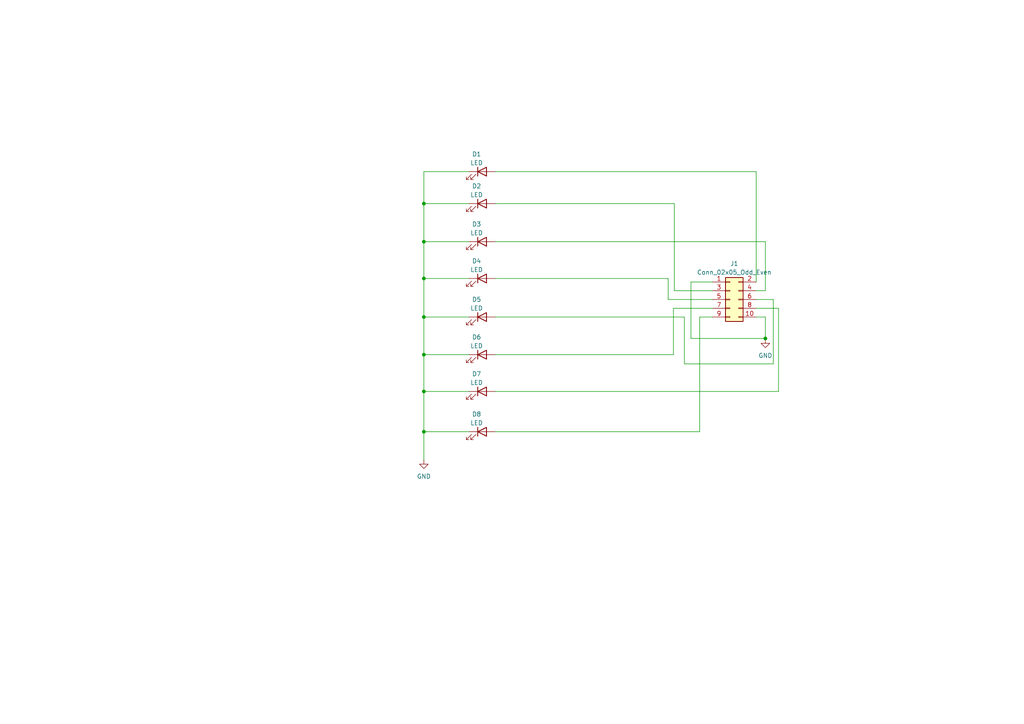
<source format=kicad_sch>
(kicad_sch (version 20230121) (generator eeschema)
  (paper "A4")
  (title_block (title "Panel with 8 LEDs") (date "15-Aug-2023") (rev "-"))
  (lib_symbols
    (symbol "Connector_Generic:Conn_02x05_Odd_Even" (pin_names (offset 1.016) hide)
      (property "Reference" "J" (at 1.27 7.62 0))
      (property "Value" "Conn_02x05_Odd_Even" (at 1.27 -7.62 0))
      (symbol "Conn_02x05_Odd_Even_1_1"
        (rectangle (start -1.27 -4.953) (end 0 -5.207) (stroke (width 0.1524)))
        (rectangle (start -1.27 -2.413) (end 0 -2.667) (stroke (width 0.1524)))
        (rectangle (start -1.27 0.127) (end 0 -0.127) (stroke (width 0.1524)))
        (rectangle (start -1.27 2.667) (end 0 2.413) (stroke (width 0.1524)))
        (rectangle (start -1.27 5.207) (end 0 4.953) (stroke (width 0.1524)))
        (rectangle (start -1.27 6.35) (end 3.81 -6.35) (stroke (width 0.254)) (fill (type background)))
        (rectangle (start 3.81 -4.953) (end 2.54 -5.207) (stroke (width 0.1524)))
        (rectangle (start 3.81 -2.413) (end 2.54 -2.667) (stroke (width 0.1524)))
        (rectangle (start 3.81 0.127) (end 2.54 -0.127) (stroke (width 0.1524)))
        (rectangle (start 3.81 2.667) (end 2.54 2.413) (stroke (width 0.1524)))
        (rectangle (start 3.81 5.207) (end 2.54 4.953) (stroke (width 0.1524)))
        (pin passive line (at -5.08 5.08 0) (length 3.81) (name "Pin_1") (number "1"))
        (pin passive line (at 7.62 -5.08 180) (length 3.81) (name "Pin_10") (number "10"))
        (pin passive line (at 7.62 5.08 180) (length 3.81) (name "Pin_2") (number "2"))
        (pin passive line (at -5.08 2.54 0) (length 3.81) (name "Pin_3") (number "3"))
        (pin passive line (at 7.62 2.54 180) (length 3.81) (name "Pin_4") (number "4"))
        (pin passive line (at -5.08 0 0) (length 3.81) (name "Pin_5") (number "5"))
        (pin passive line (at 7.62 0 180) (length 3.81) (name "Pin_6") (number "6"))
        (pin passive line (at -5.08 -2.54 0) (length 3.81) (name "Pin_7") (number "7"))
        (pin passive line (at 7.62 -2.54 180) (length 3.81) (name "Pin_8") (number "8"))
        (pin passive line (at -5.08 -5.08 0) (length 3.81) (name "Pin_9") (number "9"))
      )
    )
    (symbol "Device:LED" (pin_numbers hide) (pin_names (offset 1.016) hide)
      (property "Reference" "D" (at 0 2.54 0))
      (property "Value" "LED" (at 0 -2.54 0))
      (symbol "LED_0_1"
        (polyline (pts (xy -1.27 -1.27) (xy -1.27 1.27)) (stroke (width 0.254)))
        (polyline (pts (xy -1.27 0) (xy 1.27 0)))
        (polyline (pts (xy 1.27 -1.27) (xy 1.27 1.27) (xy -1.27 0) (xy 1.27 -1.27)) (stroke (width 0.254)))
        (polyline (pts (xy -3.048 -0.762) (xy -4.572 -2.286) (xy -3.81 -2.286) (xy -4.572 -2.286) (xy -4.572 -1.524)))
        (polyline (pts (xy -1.778 -0.762) (xy -3.302 -2.286) (xy -2.54 -2.286) (xy -3.302 -2.286) (xy -3.302 -1.524)))
      )
      (symbol "LED_1_1"
        (pin passive line (at -3.81 0 0) (length 2.54) (name "K") (number "1"))
        (pin passive line (at 3.81 0 180) (length 2.54) (name "A") (number "2"))
      )
    )
    (symbol "power:GND" (power) (pin_names (offset 0))
      (property "Value" "GND" (at 0 -3.81 0))
      (symbol "GND_0_1"
        (polyline (pts (xy 0 0) (xy 0 -1.27) (xy 1.27 -1.27) (xy 0 -2.54) (xy -1.27 -1.27) (xy 0 -1.27)))
      )
      (symbol "GND_1_1"
        (pin power_in line (at 0 0 270) (length 0) hide (name "GND") (number "1"))
      )
    )
  )
  (junction (at 122.936 125.222))
  (junction (at 122.936 80.772))
  (junction (at 122.936 59.055))
  (junction (at 122.936 70.104))
  (junction (at 122.936 102.87))
  (junction (at 122.936 113.538))
  (junction (at 122.936 91.948))
  (junction (at 221.996 98.171))
  (wire (pts (xy 202.946 125.222) (xy 143.637 125.222)))
  (wire (pts (xy 195.58 84.328) (xy 206.629 84.328)))
  (wire (pts (xy 219.329 86.868) (xy 224.282 86.868)))
  (wire (pts (xy 122.936 80.772) (xy 122.936 91.948)))
  (wire (pts (xy 206.629 89.408) (xy 195.326 89.408)))
  (wire (pts (xy 221.996 84.328) (xy 219.329 84.328)))
  (wire (pts (xy 122.936 70.104) (xy 136.017 70.104)))
  (wire (pts (xy 206.629 86.868) (xy 193.802 86.868)))
  (wire (pts (xy 193.802 80.772) (xy 143.637 80.772)))
  (wire (pts (xy 122.936 102.87) (xy 122.936 113.538)))
  (wire (pts (xy 224.282 105.537) (xy 198.501 105.537)))
  (wire (pts (xy 225.806 89.408) (xy 225.806 113.538)))
  (wire (pts (xy 136.017 49.784) (xy 122.936 49.784)))
  (wire (pts (xy 122.936 91.948) (xy 122.936 102.87)))
  (wire (pts (xy 200.406 81.788) (xy 206.629 81.788)))
  (wire (pts (xy 136.017 59.055) (xy 122.936 59.055)))
  (wire (pts (xy 122.936 70.104) (xy 122.936 80.772)))
  (wire (pts (xy 219.329 91.948) (xy 221.996 91.948)))
  (wire (pts (xy 122.936 125.222) (xy 122.936 133.35)))
  (wire (pts (xy 224.282 86.868) (xy 224.282 105.537)))
  (wire (pts (xy 193.802 86.868) (xy 193.802 80.772)))
  (wire (pts (xy 221.996 98.171) (xy 221.996 98.298)))
  (wire (pts (xy 122.936 59.055) (xy 122.936 70.104)))
  (wire (pts (xy 206.629 91.948) (xy 202.946 91.948)))
  (wire (pts (xy 219.329 49.784) (xy 143.637 49.784)))
  (wire (pts (xy 143.637 59.055) (xy 195.58 59.055)))
  (wire (pts (xy 195.326 102.87) (xy 143.637 102.87)))
  (wire (pts (xy 200.406 81.788) (xy 200.406 98.171)))
  (wire (pts (xy 219.329 81.788) (xy 219.329 49.784)))
  (wire (pts (xy 202.946 91.948) (xy 202.946 125.222)))
  (wire (pts (xy 136.017 125.222) (xy 122.936 125.222)))
  (wire (pts (xy 136.017 91.948) (xy 122.936 91.948)))
  (wire (pts (xy 195.326 89.408) (xy 195.326 102.87)))
  (wire (pts (xy 198.501 91.948) (xy 143.637 91.948)))
  (wire (pts (xy 122.936 102.87) (xy 136.017 102.87)))
  (wire (pts (xy 200.406 98.171) (xy 221.996 98.171)))
  (wire (pts (xy 219.329 89.408) (xy 225.806 89.408)))
  (wire (pts (xy 225.806 113.538) (xy 143.637 113.538)))
  (wire (pts (xy 122.936 113.538) (xy 122.936 125.222)))
  (wire (pts (xy 221.996 91.948) (xy 221.996 98.171)))
  (wire (pts (xy 195.58 59.055) (xy 195.58 84.328)))
  (wire (pts (xy 122.936 80.772) (xy 136.017 80.772)))
  (wire (pts (xy 221.996 70.104) (xy 221.996 84.328)))
  (wire (pts (xy 198.501 105.537) (xy 198.501 91.948)))
  (wire (pts (xy 143.637 70.104) (xy 221.996 70.104)))
  (wire (pts (xy 122.936 49.784) (xy 122.936 59.055)))
  (wire (pts (xy 122.936 113.538) (xy 136.017 113.538)))
  (symbol (lib_id "Device:LED") (at 139.827 125.222 0) (unit 1)
    (property "Reference" "D8" (at 138.2395 120.142 0))
    (property "Value" "LED" (at 138.2395 122.682 0))
    (property "Footprint" "LED_THT:LED_D5.0mm_Clear" (effects hide))
  )
  (symbol (lib_id "power:GND") (at 221.996 98.298 0) (unit 1)
    (property "Reference" "#PWR01" (effects hide))
    (property "Value" "GND" (at 221.996 103.124 0))
  )
  (symbol (lib_id "Device:LED") (at 139.827 102.87 0) (unit 1)
    (property "Reference" "D6" (at 138.2395 97.79 0))
    (property "Value" "LED" (at 138.2395 100.33 0))
    (property "Footprint" "LED_THT:LED_D5.0mm_Clear" (effects hide))
  )
  (symbol (lib_id "Device:LED") (at 139.827 91.948 0) (unit 1)
    (property "Reference" "D5" (at 138.2395 86.868 0))
    (property "Value" "LED" (at 138.2395 89.408 0))
    (property "Footprint" "LED_THT:LED_D5.0mm_Clear" (effects hide))
  )
  (symbol (lib_id "Device:LED") (at 139.827 113.538 0) (unit 1)
    (property "Reference" "D7" (at 138.2395 108.458 0))
    (property "Value" "LED" (at 138.2395 110.998 0))
    (property "Footprint" "LED_THT:LED_D5.0mm_Clear" (effects hide))
  )
  (symbol (lib_id "Connector_Generic:Conn_02x05_Odd_Even") (at 211.709 86.868 0) (unit 1)
    (property "Reference" "J1" (at 212.979 76.454 0))
    (property "Value" "Conn_02x05_Odd_Even" (at 212.979 78.994 0))
    (property "Footprint" "Connector_PinHeader_2.54mm:PinHeader_2x05_P2.54mm_Horizontal" (effects hide))
  )
  (symbol (lib_id "power:GND") (at 122.936 133.35 0) (unit 1)
    (property "Reference" "#PWR02" (effects hide))
    (property "Value" "GND" (at 122.936 138.176 0))
  )
  (symbol (lib_id "Device:LED") (at 139.827 49.784 0) (unit 1)
    (property "Reference" "D1" (at 138.2395 44.704 0))
    (property "Value" "LED" (at 138.2395 47.244 0))
    (property "Footprint" "LED_THT:LED_D5.0mm_Clear" (effects hide))
  )
  (symbol (lib_id "Device:LED") (at 139.827 70.104 0) (unit 1)
    (property "Reference" "D3" (at 138.2395 65.024 0))
    (property "Value" "LED" (at 138.2395 67.564 0))
    (property "Footprint" "LED_THT:LED_D5.0mm_Clear" (effects hide))
  )
  (symbol (lib_id "Device:LED") (at 139.827 59.055 0) (unit 1)
    (property "Reference" "D2" (at 138.2395 53.975 0))
    (property "Value" "LED" (at 138.2395 56.515 0))
    (property "Footprint" "LED_THT:LED_D5.0mm_Clear" (effects hide))
  )
  (symbol (lib_id "Device:LED") (at 139.827 80.772 0) (unit 1)
    (property "Reference" "D4" (at 138.2395 75.692 0))
    (property "Value" "LED" (at 138.2395 78.232 0))
    (property "Footprint" "LED_THT:LED_D5.0mm_Clear" (effects hide))
  )
)
</source>
